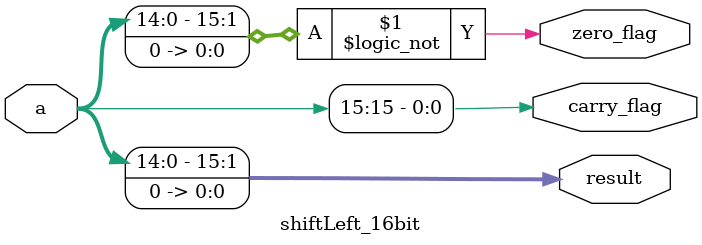
<source format=sv>
module shiftLeft_16bit(
  input logic [15:0] a,
  output logic [15:0] result,
  output logic zero_flag,
  output logic carry_flag
);

	assign result[0] = 1'b0;
  assign result[1] = a[0];
  assign result[2] = a[1];
  assign result[3] = a[2];
  assign result[4] = a[3];
  assign result[5] = a[4];
  assign result[6] = a[5];
  assign result[7] = a[6];
  assign result[8] = a[7];
  assign result[9] = a[8];
  assign result[10] = a[9];
  assign result[11] = a[10];
  assign result[12] = a[11];
  assign result[13] = a[12];
  assign result[14] = a[13];
  assign result[15] = a[14];

  // Set zero flag
  assign zero_flag = (result == 16'b0000000000000000);

  // Set carry flag based on the value of the MSB of input 'a'
  assign carry_flag = (a[15] == 1'b1);

endmodule
</source>
